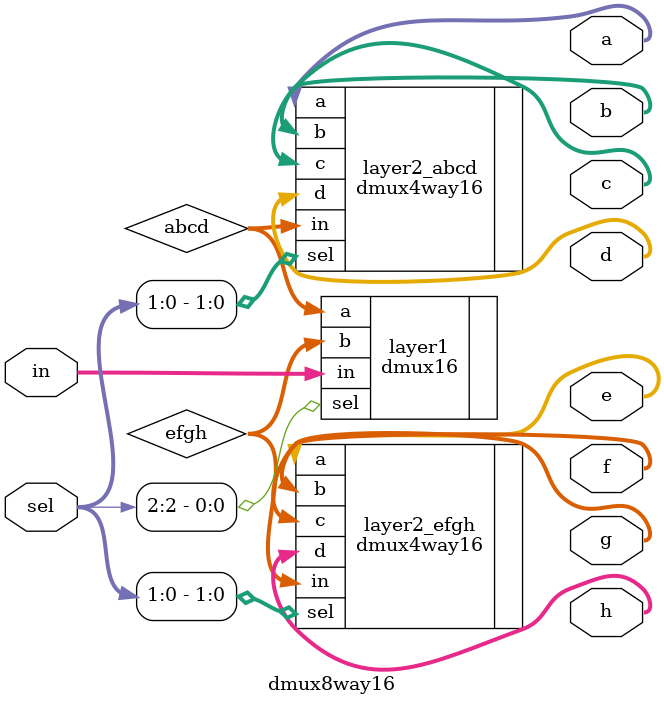
<source format=v>
/* Channels the input to one out of 8 outputs */
module dmux8way16(
    input wire [15:0] in,
    input wire [2:0] sel,
    output wire [15:0] a,
    output wire [15:0] b,
    output wire [15:0] c,
    output wire [15:0] d,
    output wire [15:0] e,
    output wire [15:0] f,
    output wire [15:0] g,
    output wire [15:0] h
);
    wire [15:0] abcd, efgh;
    dmux16 layer1 (
        .in(in),
        .sel(sel[2]),
        .a(abcd),
        .b(efgh)
    );
    dmux4way16 layer2_abcd (
        .in(abcd),
        .sel(sel[1:0]),
        .a(a),
        .b(b),
        .c(c),
        .d(d)
    );
    dmux4way16 layer2_efgh (
        .in(efgh),
        .sel(sel[1:0]),
        .a(e),
        .b(f),
        .c(g),
        .d(h)
    );
endmodule
</source>
